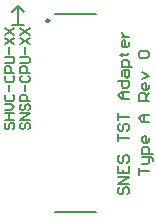
<source format=gto>
G04*
G04 #@! TF.GenerationSoftware,Altium Limited,Altium Designer,21.7.2 (23)*
G04*
G04 Layer_Color=65535*
%FSAX44Y44*%
%MOMM*%
G71*
G04*
G04 #@! TF.SameCoordinates,C9C54BCD-4748-4C39-804F-1EAF98C739E5*
G04*
G04*
G04 #@! TF.FilePolarity,Positive*
G04*
G01*
G75*
%ADD10C,0.2500*%
%ADD11C,0.1524*%
%ADD12C,0.1500*%
D10*
X00809250Y00556750D02*
G03*
X00809250Y00556750I-00001250J00000000D01*
G01*
D11*
X00814250Y00562250D02*
X00849250D01*
X00814250Y00394750D02*
X00849250D01*
D12*
X00777575Y00564126D02*
X00782574Y00569125D01*
X00777574Y00552875D02*
X00787574D01*
X00782574D02*
Y00569125D01*
X00787574Y00564126D01*
X00772888Y00470082D02*
X00771556Y00468749D01*
Y00466083D01*
X00772888Y00464750D01*
X00774221D01*
X00775554Y00466083D01*
Y00468749D01*
X00776887Y00470082D01*
X00778220D01*
X00779553Y00468749D01*
Y00466083D01*
X00778220Y00464750D01*
X00771556Y00472747D02*
X00779553D01*
X00775554D01*
Y00478079D01*
X00771556D01*
X00779553D01*
X00771556Y00480745D02*
X00776887D01*
X00779553Y00483411D01*
X00776887Y00486077D01*
X00771556D01*
X00772888Y00494074D02*
X00771556Y00492741D01*
Y00490075D01*
X00772888Y00488742D01*
X00778220D01*
X00779553Y00490075D01*
Y00492741D01*
X00778220Y00494074D01*
X00775554Y00496740D02*
Y00502071D01*
X00772888Y00510069D02*
X00771556Y00508736D01*
Y00506070D01*
X00772888Y00504737D01*
X00778220D01*
X00779553Y00506070D01*
Y00508736D01*
X00778220Y00510069D01*
X00779553Y00512735D02*
X00771556D01*
Y00516733D01*
X00772888Y00518066D01*
X00775554D01*
X00776887Y00516733D01*
Y00512735D01*
X00771556Y00520732D02*
X00778220D01*
X00779553Y00522065D01*
Y00524731D01*
X00778220Y00526064D01*
X00771556D01*
X00775554Y00528729D02*
Y00534061D01*
X00771556Y00536727D02*
X00779553Y00542058D01*
X00771556D02*
X00779553Y00536727D01*
X00771556Y00544724D02*
X00779553Y00550056D01*
X00771556D02*
X00779553Y00544724D01*
X00786085Y00470082D02*
X00784753Y00468749D01*
Y00466083D01*
X00786085Y00464750D01*
X00787418D01*
X00788751Y00466083D01*
Y00468749D01*
X00790084Y00470082D01*
X00791417D01*
X00792750Y00468749D01*
Y00466083D01*
X00791417Y00464750D01*
X00792750Y00472747D02*
X00784753D01*
X00792750Y00478079D01*
X00784753D01*
X00786085Y00486077D02*
X00784753Y00484744D01*
Y00482078D01*
X00786085Y00480745D01*
X00787418D01*
X00788751Y00482078D01*
Y00484744D01*
X00790084Y00486077D01*
X00791417D01*
X00792750Y00484744D01*
Y00482078D01*
X00791417Y00480745D01*
X00792750Y00488742D02*
X00784753D01*
Y00492741D01*
X00786085Y00494074D01*
X00788751D01*
X00790084Y00492741D01*
Y00488742D01*
X00788751Y00496740D02*
Y00502071D01*
X00786085Y00510069D02*
X00784753Y00508736D01*
Y00506070D01*
X00786085Y00504737D01*
X00791417D01*
X00792750Y00506070D01*
Y00508736D01*
X00791417Y00510069D01*
X00792750Y00512735D02*
X00784753D01*
Y00516733D01*
X00786085Y00518066D01*
X00788751D01*
X00790084Y00516733D01*
Y00512735D01*
X00784753Y00520732D02*
X00791417D01*
X00792750Y00522065D01*
Y00524731D01*
X00791417Y00526064D01*
X00784753D01*
X00788751Y00528729D02*
Y00534061D01*
X00784753Y00536727D02*
X00792750Y00542058D01*
X00784753D02*
X00792750Y00536727D01*
X00784753Y00544724D02*
X00792750Y00550056D01*
X00784753D02*
X00792750Y00544724D01*
X00869108Y00415520D02*
X00867608Y00414021D01*
Y00411022D01*
X00869108Y00409522D01*
X00870607D01*
X00872107Y00411022D01*
Y00414021D01*
X00873606Y00415520D01*
X00875106D01*
X00876606Y00414021D01*
Y00411022D01*
X00875106Y00409522D01*
X00876606Y00418519D02*
X00867608D01*
X00876606Y00424518D01*
X00867608D01*
Y00433515D02*
Y00427517D01*
X00876606D01*
Y00433515D01*
X00872107Y00427517D02*
Y00430516D01*
X00869108Y00442512D02*
X00867608Y00441012D01*
Y00438013D01*
X00869108Y00436514D01*
X00870607D01*
X00872107Y00438013D01*
Y00441012D01*
X00873606Y00442512D01*
X00875106D01*
X00876606Y00441012D01*
Y00438013D01*
X00875106Y00436514D01*
X00867608Y00454508D02*
Y00460506D01*
Y00457507D01*
X00876606D01*
X00869108Y00469503D02*
X00867608Y00468003D01*
Y00465004D01*
X00869108Y00463505D01*
X00870607D01*
X00872107Y00465004D01*
Y00468003D01*
X00873606Y00469503D01*
X00875106D01*
X00876606Y00468003D01*
Y00465004D01*
X00875106Y00463505D01*
X00867608Y00472502D02*
Y00478500D01*
Y00475501D01*
X00876606D01*
Y00490496D02*
X00870607D01*
X00867608Y00493495D01*
X00870607Y00496494D01*
X00876606D01*
X00872107D01*
Y00490496D01*
X00867608Y00505491D02*
X00876606D01*
Y00500993D01*
X00875106Y00499493D01*
X00872107D01*
X00870607Y00500993D01*
Y00505491D01*
Y00509990D02*
Y00512989D01*
X00872107Y00514488D01*
X00876606D01*
Y00509990D01*
X00875106Y00508490D01*
X00873606Y00509990D01*
Y00514488D01*
X00879604Y00517487D02*
X00870607D01*
Y00521986D01*
X00872107Y00523485D01*
X00875106D01*
X00876606Y00521986D01*
Y00517487D01*
X00869108Y00527984D02*
X00870607D01*
Y00526484D01*
Y00529483D01*
Y00527984D01*
X00875106D01*
X00876606Y00529483D01*
Y00538481D02*
Y00535481D01*
X00875106Y00533982D01*
X00872107D01*
X00870607Y00535481D01*
Y00538481D01*
X00872107Y00539980D01*
X00873606D01*
Y00533982D01*
X00870607Y00542979D02*
X00876606D01*
X00873606D01*
X00872107Y00544479D01*
X00870607Y00545978D01*
Y00547478D01*
X00885004Y00426017D02*
Y00432015D01*
Y00429016D01*
X00894001D01*
X00888003Y00435014D02*
X00892501D01*
X00894001Y00436514D01*
Y00441012D01*
X00895500D01*
X00897000Y00439513D01*
Y00438013D01*
X00894001Y00441012D02*
X00888003D01*
X00897000Y00444011D02*
X00888003D01*
Y00448510D01*
X00889502Y00450009D01*
X00892501D01*
X00894001Y00448510D01*
Y00444011D01*
Y00457507D02*
Y00454508D01*
X00892501Y00453008D01*
X00889502D01*
X00888003Y00454508D01*
Y00457507D01*
X00889502Y00459006D01*
X00891002D01*
Y00453008D01*
X00894001Y00471002D02*
X00888003D01*
X00885004Y00474001D01*
X00888003Y00477001D01*
X00894001D01*
X00889502D01*
Y00471002D01*
X00894001Y00488997D02*
X00885004D01*
Y00493495D01*
X00886503Y00494995D01*
X00889502D01*
X00891002Y00493495D01*
Y00488997D01*
Y00491996D02*
X00894001Y00494995D01*
Y00502492D02*
Y00499493D01*
X00892501Y00497994D01*
X00889502D01*
X00888003Y00499493D01*
Y00502492D01*
X00889502Y00503992D01*
X00891002D01*
Y00497994D01*
X00888003Y00506991D02*
X00894001Y00509990D01*
X00888003Y00512989D01*
X00886503Y00524985D02*
X00885004Y00526484D01*
Y00529483D01*
X00886503Y00530983D01*
X00892501D01*
X00894001Y00529483D01*
Y00526484D01*
X00892501Y00524985D01*
X00886503D01*
M02*

</source>
